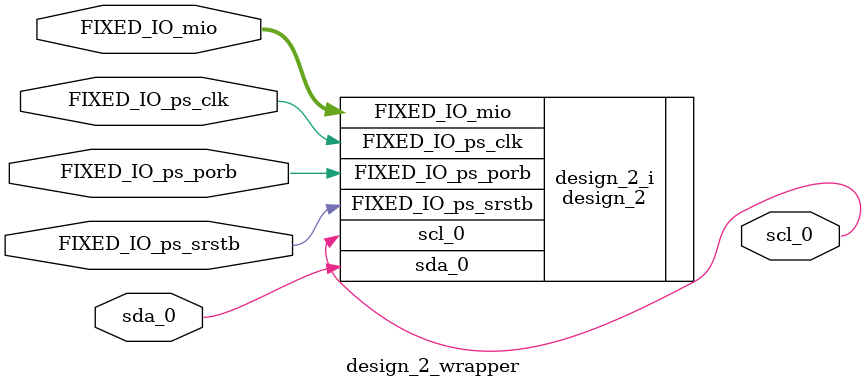
<source format=v>
`timescale 1 ps / 1 ps

module design_2_wrapper
   (FIXED_IO_mio,
    FIXED_IO_ps_clk,
    FIXED_IO_ps_porb,
    FIXED_IO_ps_srstb,
    scl_0,
    sda_0);
  inout [53:0]FIXED_IO_mio;
  inout FIXED_IO_ps_clk;
  inout FIXED_IO_ps_porb;
  inout FIXED_IO_ps_srstb;
  output scl_0;
  inout sda_0;

  wire [53:0]FIXED_IO_mio;
  wire FIXED_IO_ps_clk;
  wire FIXED_IO_ps_porb;
  wire FIXED_IO_ps_srstb;
  wire scl_0;
  wire sda_0;

  design_2 design_2_i
       (.FIXED_IO_mio(FIXED_IO_mio),
        .FIXED_IO_ps_clk(FIXED_IO_ps_clk),
        .FIXED_IO_ps_porb(FIXED_IO_ps_porb),
        .FIXED_IO_ps_srstb(FIXED_IO_ps_srstb),
        .scl_0(scl_0),
        .sda_0(sda_0));
endmodule

</source>
